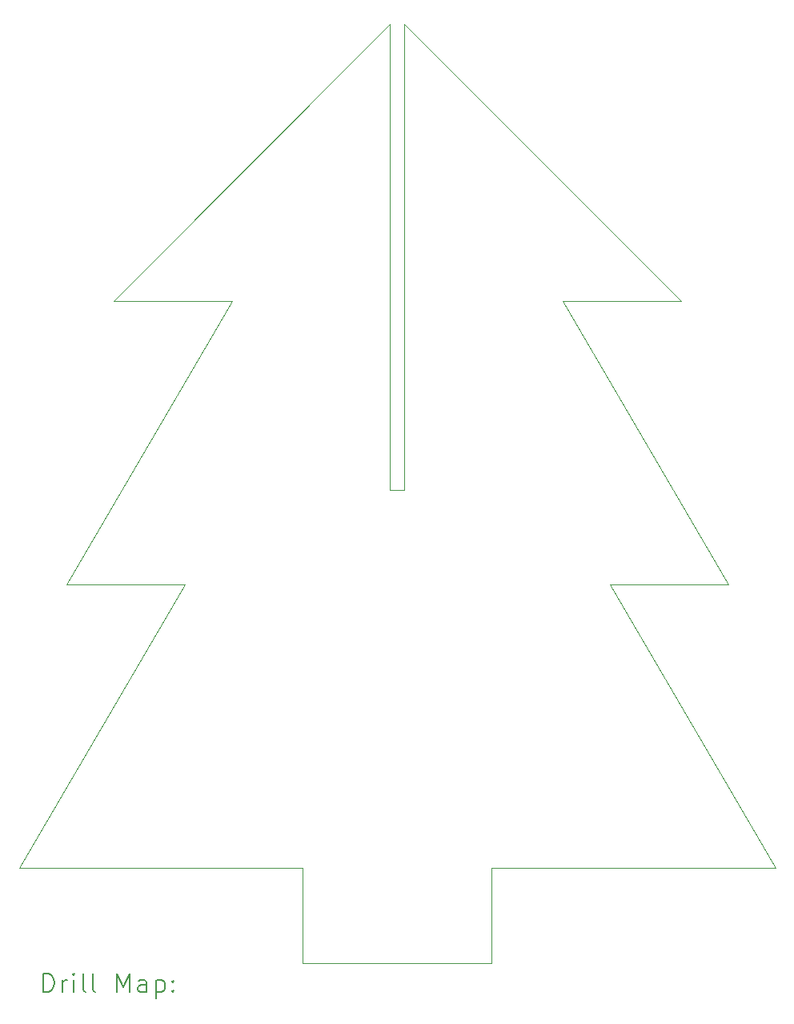
<source format=gbr>
%TF.GenerationSoftware,KiCad,Pcbnew,(6.0.9)*%
%TF.CreationDate,2022-12-09T22:04:49+01:00*%
%TF.ProjectId,PartoUno,50617274-6f55-46e6-9f2e-6b696361645f,rev?*%
%TF.SameCoordinates,Original*%
%TF.FileFunction,Drillmap*%
%TF.FilePolarity,Positive*%
%FSLAX45Y45*%
G04 Gerber Fmt 4.5, Leading zero omitted, Abs format (unit mm)*
G04 Created by KiCad (PCBNEW (6.0.9)) date 2022-12-09 22:04:49*
%MOMM*%
%LPD*%
G01*
G04 APERTURE LIST*
%ADD10C,0.038100*%
%ADD11C,0.200000*%
G04 APERTURE END LIST*
D10*
X13975000Y-5375000D02*
X13975000Y-10300000D01*
X13050000Y-14300000D02*
X10050000Y-14300000D01*
X10050000Y-14300000D02*
X11800000Y-11300000D01*
X13050000Y-15300000D02*
X13050000Y-14300000D01*
X14125000Y-5375000D02*
X17050000Y-8300000D01*
X11050000Y-8300000D02*
X12300000Y-8300000D01*
X11800000Y-11300000D02*
X10550000Y-11300000D01*
X11050000Y-8300000D02*
X13975000Y-5375000D01*
X15050000Y-15300000D02*
X13050000Y-15300000D01*
X14125000Y-10300000D02*
X14125000Y-5375000D01*
X18050000Y-14300000D02*
X15050000Y-14300000D01*
X13975000Y-10300000D02*
X14125000Y-10300000D01*
X15800000Y-8300000D02*
X17550000Y-11300000D01*
X15800000Y-8300000D02*
X17050000Y-8300000D01*
X17550000Y-11300000D02*
X16300000Y-11300000D01*
X10550000Y-11300000D02*
X12300000Y-8300000D01*
X16300000Y-11300000D02*
X18050000Y-14300000D01*
X15050000Y-14300000D02*
X15050000Y-15300000D01*
D11*
X10305714Y-15612381D02*
X10305714Y-15412381D01*
X10353333Y-15412381D01*
X10381905Y-15421905D01*
X10400952Y-15440953D01*
X10410476Y-15460000D01*
X10420000Y-15498095D01*
X10420000Y-15526667D01*
X10410476Y-15564762D01*
X10400952Y-15583810D01*
X10381905Y-15602857D01*
X10353333Y-15612381D01*
X10305714Y-15612381D01*
X10505714Y-15612381D02*
X10505714Y-15479048D01*
X10505714Y-15517143D02*
X10515238Y-15498095D01*
X10524762Y-15488572D01*
X10543809Y-15479048D01*
X10562857Y-15479048D01*
X10629524Y-15612381D02*
X10629524Y-15479048D01*
X10629524Y-15412381D02*
X10620000Y-15421905D01*
X10629524Y-15431429D01*
X10639047Y-15421905D01*
X10629524Y-15412381D01*
X10629524Y-15431429D01*
X10753333Y-15612381D02*
X10734285Y-15602857D01*
X10724762Y-15583810D01*
X10724762Y-15412381D01*
X10858095Y-15612381D02*
X10839047Y-15602857D01*
X10829524Y-15583810D01*
X10829524Y-15412381D01*
X11086666Y-15612381D02*
X11086666Y-15412381D01*
X11153333Y-15555238D01*
X11220000Y-15412381D01*
X11220000Y-15612381D01*
X11400952Y-15612381D02*
X11400952Y-15507619D01*
X11391428Y-15488572D01*
X11372381Y-15479048D01*
X11334285Y-15479048D01*
X11315238Y-15488572D01*
X11400952Y-15602857D02*
X11381904Y-15612381D01*
X11334285Y-15612381D01*
X11315238Y-15602857D01*
X11305714Y-15583810D01*
X11305714Y-15564762D01*
X11315238Y-15545714D01*
X11334285Y-15536191D01*
X11381904Y-15536191D01*
X11400952Y-15526667D01*
X11496190Y-15479048D02*
X11496190Y-15679048D01*
X11496190Y-15488572D02*
X11515238Y-15479048D01*
X11553333Y-15479048D01*
X11572381Y-15488572D01*
X11581904Y-15498095D01*
X11591428Y-15517143D01*
X11591428Y-15574286D01*
X11581904Y-15593333D01*
X11572381Y-15602857D01*
X11553333Y-15612381D01*
X11515238Y-15612381D01*
X11496190Y-15602857D01*
X11677143Y-15593333D02*
X11686666Y-15602857D01*
X11677143Y-15612381D01*
X11667619Y-15602857D01*
X11677143Y-15593333D01*
X11677143Y-15612381D01*
X11677143Y-15488572D02*
X11686666Y-15498095D01*
X11677143Y-15507619D01*
X11667619Y-15498095D01*
X11677143Y-15488572D01*
X11677143Y-15507619D01*
M02*

</source>
